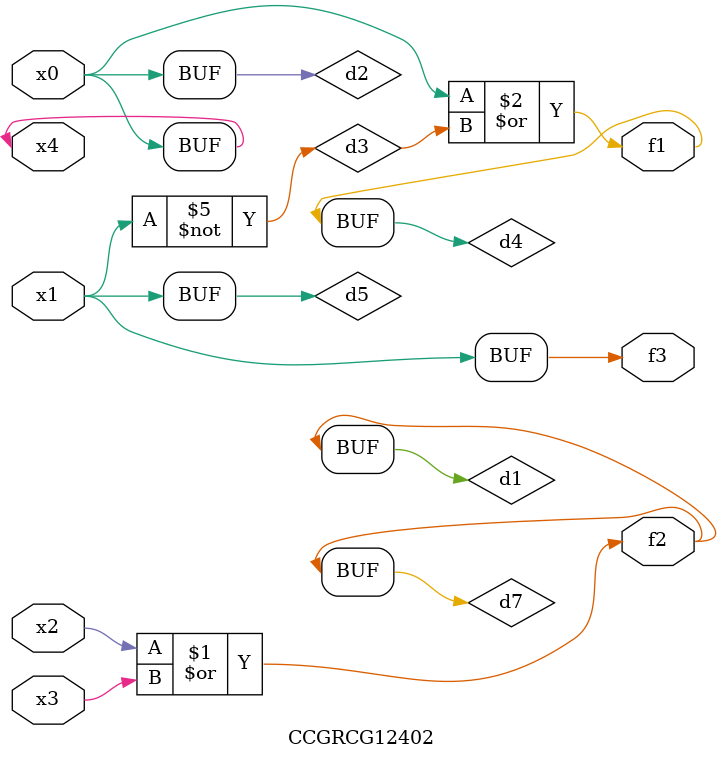
<source format=v>
module CCGRCG12402(
	input x0, x1, x2, x3, x4,
	output f1, f2, f3
);

	wire d1, d2, d3, d4, d5, d6, d7;

	or (d1, x2, x3);
	buf (d2, x0, x4);
	not (d3, x1);
	or (d4, d2, d3);
	not (d5, d3);
	nand (d6, d1, d3);
	or (d7, d1);
	assign f1 = d4;
	assign f2 = d7;
	assign f3 = d5;
endmodule

</source>
